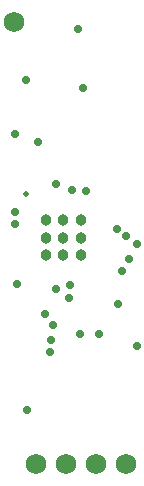
<source format=gbs>
G04*
G04 #@! TF.GenerationSoftware,Altium Limited,Altium Designer,20.2.4 (192)*
G04*
G04 Layer_Color=16711935*
%FSLAX25Y25*%
%MOIN*%
G70*
G04*
G04 #@! TF.SameCoordinates,C5831E6D-2EEE-4114-93DC-BC8679F25CA8*
G04*
G04*
G04 #@! TF.FilePolarity,Negative*
G04*
G01*
G75*
%ADD31C,0.06800*%
%ADD32C,0.02800*%
%ADD33C,0.03800*%
%ADD39C,0.01981*%
D31*
X320500Y280500D02*
D03*
X328000Y133000D02*
D03*
X338000D02*
D03*
X348000D02*
D03*
X358000D02*
D03*
D32*
X342000Y278000D02*
D03*
X344500Y224000D02*
D03*
X339425Y192575D02*
D03*
X321000Y217000D02*
D03*
Y213102D02*
D03*
X324500Y261000D02*
D03*
X340000Y224500D02*
D03*
X331000Y183000D02*
D03*
X339000Y188500D02*
D03*
X334500Y191500D02*
D03*
X343500Y258401D02*
D03*
X334701Y226299D02*
D03*
X321500Y193000D02*
D03*
X325000Y151000D02*
D03*
X342500Y176500D02*
D03*
X355256Y186500D02*
D03*
X361500Y172500D02*
D03*
X349000Y176500D02*
D03*
X333000Y174468D02*
D03*
X333500Y179500D02*
D03*
X332500Y170500D02*
D03*
X328500Y240500D02*
D03*
X321000Y243000D02*
D03*
X355051Y211551D02*
D03*
X358000Y209000D02*
D03*
X356500Y197500D02*
D03*
X359000Y201500D02*
D03*
X361500Y206500D02*
D03*
D33*
X337063Y208508D02*
D03*
X331157D02*
D03*
Y214413D02*
D03*
X337063D02*
D03*
X342969D02*
D03*
Y208508D02*
D03*
Y202602D02*
D03*
X337063D02*
D03*
X331157D02*
D03*
D39*
X324500Y223000D02*
D03*
M02*

</source>
